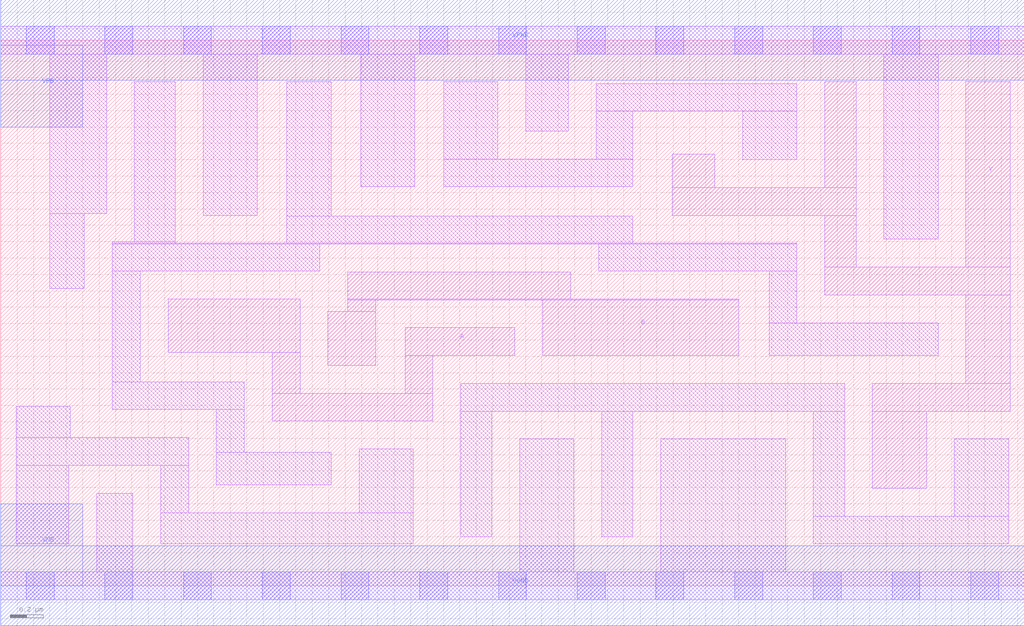
<source format=lef>
# Copyright 2020 The SkyWater PDK Authors
#
# Licensed under the Apache License, Version 2.0 (the "License");
# you may not use this file except in compliance with the License.
# You may obtain a copy of the License at
#
#     https://www.apache.org/licenses/LICENSE-2.0
#
# Unless required by applicable law or agreed to in writing, software
# distributed under the License is distributed on an "AS IS" BASIS,
# WITHOUT WARRANTIES OR CONDITIONS OF ANY KIND, either express or implied.
# See the License for the specific language governing permissions and
# limitations under the License.
#
# SPDX-License-Identifier: Apache-2.0

VERSION 5.5 ;
NAMESCASESENSITIVE ON ;
BUSBITCHARS "[]" ;
DIVIDERCHAR "/" ;
MACRO sky130_fd_sc_lp__xnor2_2
  CLASS CORE ;
  SOURCE USER ;
  ORIGIN  0.000000  0.000000 ;
  SIZE  6.240000 BY  3.330000 ;
  SYMMETRY X Y R90 ;
  SITE unit ;
  PIN A
    ANTENNAGATEAREA  1.260000 ;
    DIRECTION INPUT ;
    USE SIGNAL ;
    PORT
      LAYER li1 ;
        RECT 1.020000 1.425000 1.825000 1.750000 ;
        RECT 1.655000 1.005000 2.635000 1.175000 ;
        RECT 1.655000 1.175000 1.825000 1.425000 ;
        RECT 2.465000 1.175000 2.635000 1.405000 ;
        RECT 2.465000 1.405000 3.135000 1.575000 ;
    END
  END A
  PIN B
    ANTENNAGATEAREA  1.260000 ;
    DIRECTION INPUT ;
    USE SIGNAL ;
    PORT
      LAYER li1 ;
        RECT 1.995000 1.345000 2.285000 1.675000 ;
        RECT 2.115000 1.675000 2.285000 1.745000 ;
        RECT 2.115000 1.745000 4.500000 1.750000 ;
        RECT 2.115000 1.750000 3.475000 1.915000 ;
        RECT 3.305000 1.405000 4.500000 1.745000 ;
    END
  END B
  PIN Y
    ANTENNADIFFAREA  1.255800 ;
    DIRECTION OUTPUT ;
    USE SIGNAL ;
    PORT
      LAYER li1 ;
        RECT 4.095000 2.260000 5.215000 2.430000 ;
        RECT 4.095000 2.430000 4.355000 2.635000 ;
        RECT 5.025000 1.775000 6.155000 1.945000 ;
        RECT 5.025000 1.945000 5.215000 2.260000 ;
        RECT 5.025000 2.430000 5.215000 3.075000 ;
        RECT 5.315000 0.595000 5.645000 1.065000 ;
        RECT 5.315000 1.065000 6.155000 1.235000 ;
        RECT 5.885000 1.235000 6.155000 1.775000 ;
        RECT 5.885000 1.945000 6.155000 3.075000 ;
    END
  END Y
  PIN VGND
    DIRECTION INOUT ;
    USE GROUND ;
    PORT
      LAYER met1 ;
        RECT 0.000000 -0.245000 6.240000 0.245000 ;
    END
  END VGND
  PIN VNB
    DIRECTION INOUT ;
    USE GROUND ;
    PORT
      LAYER met1 ;
        RECT 0.000000 0.000000 0.500000 0.500000 ;
    END
  END VNB
  PIN VPB
    DIRECTION INOUT ;
    USE POWER ;
    PORT
      LAYER met1 ;
        RECT 0.000000 2.800000 0.500000 3.300000 ;
    END
  END VPB
  PIN VPWR
    DIRECTION INOUT ;
    USE POWER ;
    PORT
      LAYER met1 ;
        RECT 0.000000 3.085000 6.240000 3.575000 ;
    END
  END VPWR
  OBS
    LAYER li1 ;
      RECT 0.000000 -0.085000 6.240000 0.085000 ;
      RECT 0.000000  3.245000 6.240000 3.415000 ;
      RECT 0.095000  0.255000 0.415000 0.735000 ;
      RECT 0.095000  0.735000 1.145000 0.905000 ;
      RECT 0.095000  0.905000 0.425000 1.095000 ;
      RECT 0.300000  1.815000 0.510000 2.270000 ;
      RECT 0.300000  2.270000 0.645000 3.245000 ;
      RECT 0.585000  0.085000 0.805000 0.565000 ;
      RECT 0.680000  1.075000 1.485000 1.245000 ;
      RECT 0.680000  1.245000 0.850000 1.920000 ;
      RECT 0.680000  1.920000 1.945000 2.085000 ;
      RECT 0.680000  2.085000 4.855000 2.090000 ;
      RECT 0.680000  2.090000 1.065000 2.100000 ;
      RECT 0.815000  2.100000 1.065000 3.075000 ;
      RECT 0.975000  0.255000 2.515000 0.445000 ;
      RECT 0.975000  0.445000 1.145000 0.735000 ;
      RECT 1.235000  2.260000 1.565000 3.245000 ;
      RECT 1.315000  0.615000 2.015000 0.815000 ;
      RECT 1.315000  0.815000 1.485000 1.075000 ;
      RECT 1.745000  2.090000 3.855000 2.255000 ;
      RECT 1.745000  2.255000 2.015000 3.075000 ;
      RECT 2.185000  0.445000 2.515000 0.835000 ;
      RECT 2.195000  2.435000 2.525000 3.245000 ;
      RECT 2.700000  2.435000 3.855000 2.605000 ;
      RECT 2.700000  2.605000 3.030000 3.075000 ;
      RECT 2.805000  0.300000 2.995000 1.065000 ;
      RECT 2.805000  1.065000 5.145000 1.235000 ;
      RECT 3.165000  0.085000 3.495000 0.895000 ;
      RECT 3.200000  2.775000 3.460000 3.245000 ;
      RECT 3.630000  2.605000 3.855000 2.895000 ;
      RECT 3.630000  2.895000 4.855000 3.065000 ;
      RECT 3.645000  1.920000 4.855000 2.085000 ;
      RECT 3.665000  0.300000 3.855000 1.065000 ;
      RECT 4.025000  0.085000 4.785000 0.895000 ;
      RECT 4.525000  2.600000 4.855000 2.895000 ;
      RECT 4.685000  1.405000 5.715000 1.605000 ;
      RECT 4.685000  1.605000 4.855000 1.920000 ;
      RECT 4.955000  0.255000 6.145000 0.425000 ;
      RECT 4.955000  0.425000 5.145000 1.065000 ;
      RECT 5.385000  2.115000 5.715000 3.245000 ;
      RECT 5.815000  0.425000 6.145000 0.895000 ;
    LAYER mcon ;
      RECT 0.155000 -0.085000 0.325000 0.085000 ;
      RECT 0.155000  3.245000 0.325000 3.415000 ;
      RECT 0.635000 -0.085000 0.805000 0.085000 ;
      RECT 0.635000  3.245000 0.805000 3.415000 ;
      RECT 1.115000 -0.085000 1.285000 0.085000 ;
      RECT 1.115000  3.245000 1.285000 3.415000 ;
      RECT 1.595000 -0.085000 1.765000 0.085000 ;
      RECT 1.595000  3.245000 1.765000 3.415000 ;
      RECT 2.075000 -0.085000 2.245000 0.085000 ;
      RECT 2.075000  3.245000 2.245000 3.415000 ;
      RECT 2.555000 -0.085000 2.725000 0.085000 ;
      RECT 2.555000  3.245000 2.725000 3.415000 ;
      RECT 3.035000 -0.085000 3.205000 0.085000 ;
      RECT 3.035000  3.245000 3.205000 3.415000 ;
      RECT 3.515000 -0.085000 3.685000 0.085000 ;
      RECT 3.515000  3.245000 3.685000 3.415000 ;
      RECT 3.995000 -0.085000 4.165000 0.085000 ;
      RECT 3.995000  3.245000 4.165000 3.415000 ;
      RECT 4.475000 -0.085000 4.645000 0.085000 ;
      RECT 4.475000  3.245000 4.645000 3.415000 ;
      RECT 4.955000 -0.085000 5.125000 0.085000 ;
      RECT 4.955000  3.245000 5.125000 3.415000 ;
      RECT 5.435000 -0.085000 5.605000 0.085000 ;
      RECT 5.435000  3.245000 5.605000 3.415000 ;
      RECT 5.915000 -0.085000 6.085000 0.085000 ;
      RECT 5.915000  3.245000 6.085000 3.415000 ;
  END
END sky130_fd_sc_lp__xnor2_2
END LIBRARY

</source>
